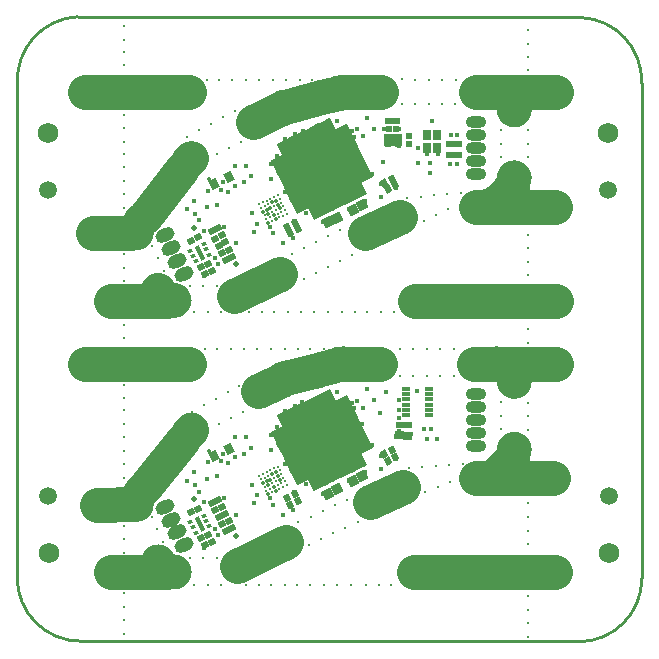
<source format=gbs>
G04*
G04 #@! TF.GenerationSoftware,Altium Limited,Altium Designer,23.2.1 (34)*
G04*
G04 Layer_Color=16711935*
%FSLAX44Y44*%
%MOMM*%
G71*
G04*
G04 #@! TF.SameCoordinates,96D2EB81-E719-42E9-B1B6-D61F4878D9FD*
G04*
G04*
G04 #@! TF.FilePolarity,Negative*
G04*
G01*
G75*
%ADD14R,0.4541X0.3627*%
G04:AMPARAMS|DCode=24|XSize=0.6587mm|YSize=0.8121mm|CornerRadius=0mm|HoleSize=0mm|Usage=FLASHONLY|Rotation=206.000|XOffset=0mm|YOffset=0mm|HoleType=Round|Shape=Rectangle|*
%AMROTATEDRECTD24*
4,1,4,0.1180,0.5094,0.4740,-0.2206,-0.1180,-0.5094,-0.4740,0.2206,0.1180,0.5094,0.0*
%
%ADD24ROTATEDRECTD24*%

%ADD47C,0.2540*%
%ADD48C,3.0000*%
%ADD76R,1.5000X1.1000*%
%ADD77O,0.6900X0.3900*%
%ADD78R,0.6900X0.3900*%
%ADD79R,0.6432X0.5532*%
G04:AMPARAMS|DCode=87|XSize=0.5532mm|YSize=0.6032mm|CornerRadius=0mm|HoleSize=0mm|Usage=FLASHONLY|Rotation=296.000|XOffset=0mm|YOffset=0mm|HoleType=Round|Shape=Rectangle|*
%AMROTATEDRECTD87*
4,1,4,-0.3923,0.1164,0.1498,0.3808,0.3923,-0.1164,-0.1498,-0.3808,-0.3923,0.1164,0.0*
%
%ADD87ROTATEDRECTD87*%

G04:AMPARAMS|DCode=88|XSize=0.8432mm|YSize=0.8032mm|CornerRadius=0mm|HoleSize=0mm|Usage=FLASHONLY|Rotation=296.000|XOffset=0mm|YOffset=0mm|HoleType=Round|Shape=Rectangle|*
%AMROTATEDRECTD88*
4,1,4,-0.5458,0.2029,0.1761,0.5550,0.5458,-0.2029,-0.1761,-0.5550,-0.5458,0.2029,0.0*
%
%ADD88ROTATEDRECTD88*%

%ADD102R,0.8032X0.8432*%
%ADD103R,0.5532X0.6032*%
%ADD104R,0.6032X0.5532*%
%ADD105R,0.3500X0.4500*%
%ADD106R,0.3032X0.3032*%
%ADD108C,1.5032*%
%ADD109C,1.7272*%
%ADD110C,0.3032*%
%ADD111O,1.7032X1.0032*%
G04:AMPARAMS|DCode=112|XSize=1.1032mm|YSize=1.7032mm|CornerRadius=0mm|HoleSize=0mm|Usage=FLASHONLY|Rotation=296.000|XOffset=0mm|YOffset=0mm|HoleType=Round|Shape=Round|*
%AMOVALD112*
21,1,0.6000,1.1032,0.0000,0.0000,26.0*
1,1,1.1032,-0.2696,-0.1315*
1,1,1.1032,0.2696,0.1315*
%
%ADD112OVALD112*%

G04:AMPARAMS|DCode=113|XSize=7.15mm|YSize=5mm|CornerRadius=0mm|HoleSize=0mm|Usage=FLASHONLY|Rotation=296.000|XOffset=0mm|YOffset=0mm|HoleType=Round|Shape=Rectangle|*
%AMROTATEDRECTD113*
4,1,4,-3.8142,2.1173,0.6798,4.3091,3.8142,-2.1173,-0.6798,-4.3091,-3.8142,2.1173,0.0*
%
%ADD113ROTATEDRECTD113*%

G04:AMPARAMS|DCode=114|XSize=5mm|YSize=7.15mm|CornerRadius=0mm|HoleSize=0mm|Usage=FLASHONLY|Rotation=296.000|XOffset=0mm|YOffset=0mm|HoleType=Round|Shape=Rectangle|*
%AMROTATEDRECTD114*
4,1,4,-4.3091,0.6798,2.1173,3.8142,4.3091,-0.6798,-2.1173,-3.8142,-4.3091,0.6798,0.0*
%
%ADD114ROTATEDRECTD114*%

G04:AMPARAMS|DCode=115|XSize=0.4532mm|YSize=1.1032mm|CornerRadius=0mm|HoleSize=0mm|Usage=FLASHONLY|Rotation=206.000|XOffset=0mm|YOffset=0mm|HoleType=Round|Shape=Rectangle|*
%AMROTATEDRECTD115*
4,1,4,-0.0381,0.5951,0.4455,-0.3964,0.0381,-0.5951,-0.4455,0.3964,-0.0381,0.5951,0.0*
%
%ADD115ROTATEDRECTD115*%

G04:AMPARAMS|DCode=116|XSize=0.4532mm|YSize=1.1032mm|CornerRadius=0mm|HoleSize=0mm|Usage=FLASHONLY|Rotation=296.000|XOffset=0mm|YOffset=0mm|HoleType=Round|Shape=Rectangle|*
%AMROTATEDRECTD116*
4,1,4,-0.5951,-0.0381,0.3964,0.4455,0.5951,0.0381,-0.3964,-0.4455,-0.5951,-0.0381,0.0*
%
%ADD116ROTATEDRECTD116*%

%ADD117P,6.4392X4X341.0*%
%ADD118P,0.9662X4X270.0*%
%ADD119C,0.2500*%
G04:AMPARAMS|DCode=120|XSize=0.5532mm|YSize=0.6432mm|CornerRadius=0mm|HoleSize=0mm|Usage=FLASHONLY|Rotation=207.000|XOffset=0mm|YOffset=0mm|HoleType=Round|Shape=Rectangle|*
%AMROTATEDRECTD120*
4,1,4,0.1005,0.4121,0.3925,-0.1610,-0.1005,-0.4121,-0.3925,0.1610,0.1005,0.4121,0.0*
%
%ADD120ROTATEDRECTD120*%

G04:AMPARAMS|DCode=121|XSize=0.5532mm|YSize=0.6032mm|CornerRadius=0mm|HoleSize=0mm|Usage=FLASHONLY|Rotation=207.000|XOffset=0mm|YOffset=0mm|HoleType=Round|Shape=Rectangle|*
%AMROTATEDRECTD121*
4,1,4,0.1095,0.3943,0.3834,-0.1432,-0.1095,-0.3943,-0.3834,0.1432,0.1095,0.3943,0.0*
%
%ADD121ROTATEDRECTD121*%

G04:AMPARAMS|DCode=122|XSize=0.5532mm|YSize=0.6032mm|CornerRadius=0mm|HoleSize=0mm|Usage=FLASHONLY|Rotation=26.000|XOffset=0mm|YOffset=0mm|HoleType=Round|Shape=Rectangle|*
%AMROTATEDRECTD122*
4,1,4,-0.1164,-0.3923,-0.3808,0.1498,0.1164,0.3923,0.3808,-0.1498,-0.1164,-0.3923,0.0*
%
%ADD122ROTATEDRECTD122*%

G04:AMPARAMS|DCode=123|XSize=1.28mm|YSize=0.37mm|CornerRadius=0mm|HoleSize=0mm|Usage=FLASHONLY|Rotation=296.000|XOffset=0mm|YOffset=0mm|HoleType=Round|Shape=Rectangle|*
%AMROTATEDRECTD123*
4,1,4,-0.4468,0.4941,-0.1143,0.6563,0.4468,-0.4941,0.1143,-0.6563,-0.4468,0.4941,0.0*
%
%ADD123ROTATEDRECTD123*%

G04:AMPARAMS|DCode=124|XSize=0.27mm|YSize=0.37mm|CornerRadius=0mm|HoleSize=0mm|Usage=FLASHONLY|Rotation=296.000|XOffset=0mm|YOffset=0mm|HoleType=Round|Shape=Rectangle|*
%AMROTATEDRECTD124*
4,1,4,-0.2255,0.0402,0.1071,0.2024,0.2255,-0.0402,-0.1071,-0.2024,-0.2255,0.0402,0.0*
%
%ADD124ROTATEDRECTD124*%

G04:AMPARAMS|DCode=125|XSize=0.7232mm|YSize=0.7632mm|CornerRadius=0mm|HoleSize=0mm|Usage=FLASHONLY|Rotation=269.000|XOffset=0mm|YOffset=0mm|HoleType=Round|Shape=Rectangle|*
%AMROTATEDRECTD125*
4,1,4,-0.3752,0.3682,0.3879,0.3549,0.3752,-0.3682,-0.3879,-0.3549,-0.3752,0.3682,0.0*
%
%ADD125ROTATEDRECTD125*%

G04:AMPARAMS|DCode=126|XSize=0.5532mm|YSize=0.6432mm|CornerRadius=0mm|HoleSize=0mm|Usage=FLASHONLY|Rotation=269.000|XOffset=0mm|YOffset=0mm|HoleType=Round|Shape=Rectangle|*
%AMROTATEDRECTD126*
4,1,4,-0.3167,0.2822,0.3264,0.2710,0.3167,-0.2822,-0.3264,-0.2710,-0.3167,0.2822,0.0*
%
%ADD126ROTATEDRECTD126*%

%ADD127C,0.4000*%
%ADD128C,0.3410*%
%ADD129C,0.5082*%
G36*
X55710Y159081D02*
X55843Y159073D01*
X55921Y159057D01*
X55973Y159046D01*
X55973Y159046D01*
D01*
X55987Y159042D01*
X56099Y159004D01*
X56099Y159004D01*
X56100Y159004D01*
X56136Y158986D01*
X56219Y158945D01*
X56219Y158945D01*
D01*
X56220Y158944D01*
X56330Y158871D01*
X56330Y158871D01*
X56330Y158871D01*
X56368Y158837D01*
X56430Y158783D01*
X58230Y156983D01*
X58230Y156983D01*
X58230Y156983D01*
X58273Y156934D01*
X58318Y156883D01*
X58318Y156883D01*
X58318Y156883D01*
X58351Y156833D01*
X58392Y156772D01*
X58392Y156772D01*
X58392Y156772D01*
X58425Y156704D01*
X58451Y156653D01*
X58451Y156653D01*
X58451Y156652D01*
X58482Y156559D01*
X58494Y156527D01*
X58494Y156527D01*
X58494Y156526D01*
X58506Y156463D01*
X58520Y156396D01*
X58520Y156396D01*
X58520Y156396D01*
X58522Y156354D01*
X58528Y156263D01*
X58528Y156263D01*
X58528Y156263D01*
X58528Y155562D01*
X58524Y155497D01*
X58519Y155430D01*
X58519Y155430D01*
Y155429D01*
X58511Y155387D01*
X58493Y155299D01*
X58493Y155299D01*
Y155299D01*
X58490Y155290D01*
X58450Y155173D01*
X58450Y155173D01*
X58450Y155173D01*
X58429Y155129D01*
X58391Y155054D01*
X58391Y155053D01*
X58391Y155053D01*
X58366Y155015D01*
X58317Y154943D01*
X58317Y154943D01*
X58317Y154943D01*
X58273Y154892D01*
X58230Y154843D01*
X58230Y154843D01*
X58229Y154843D01*
X58180Y154799D01*
X58130Y154755D01*
X58129Y154755D01*
X58129Y154755D01*
X58056Y154706D01*
X58019Y154681D01*
X58019Y154681D01*
X58018Y154681D01*
X57943Y154643D01*
X57899Y154622D01*
X57899Y154622D01*
X57899Y154622D01*
X57781Y154582D01*
X57773Y154579D01*
X57773D01*
X57773Y154579D01*
X57685Y154562D01*
X57643Y154553D01*
X57642D01*
X57642Y154553D01*
X57575Y154549D01*
X57510Y154545D01*
X57509D01*
D01*
D01*
X53510Y154545D01*
X53377Y154553D01*
X53246Y154579D01*
X53161Y154608D01*
X53120Y154622D01*
X53001Y154681D01*
D01*
X53001Y154681D01*
X52945Y154719D01*
X52890Y154755D01*
X52790Y154843D01*
Y154843D01*
X52790D01*
X52702Y154943D01*
X52666Y154998D01*
X52628Y155054D01*
X52628Y155054D01*
D01*
X52569Y155173D01*
X52556Y155214D01*
X52526Y155299D01*
X52501Y155430D01*
X52492Y155563D01*
Y155563D01*
D01*
D01*
X52492Y158063D01*
Y158063D01*
Y158063D01*
X52501Y158196D01*
X52511Y158248D01*
X52527Y158327D01*
X52569Y158453D01*
X52628Y158572D01*
D01*
X52628Y158572D01*
X52702Y158683D01*
X52769Y158758D01*
X52790Y158783D01*
X52790Y158783D01*
X52790Y158783D01*
X52815Y158805D01*
X52890Y158871D01*
X53001Y158945D01*
X53001Y158945D01*
D01*
X53120Y159004D01*
X53247Y159047D01*
X53325Y159062D01*
X53377Y159073D01*
X53510Y159081D01*
X53510D01*
X53510D01*
X55710Y159081D01*
D02*
G37*
G36*
X53510Y165581D02*
X57510Y165581D01*
X57643Y165572D01*
X57774Y165547D01*
X57900Y165504D01*
X58019Y165445D01*
X58130Y165371D01*
X58230Y165283D01*
X58318Y165183D01*
X58392Y165072D01*
X58451Y164953D01*
X58494Y164827D01*
X58520Y164696D01*
X58528Y164563D01*
Y163863D01*
Y163863D01*
Y163863D01*
X58520Y163730D01*
X58509Y163678D01*
X58494Y163600D01*
X58453Y163480D01*
X58451Y163473D01*
X58394Y163357D01*
X58392Y163354D01*
D01*
X58392Y163354D01*
X58318Y163243D01*
X58252Y163168D01*
X58230Y163143D01*
X58230Y163143D01*
X58230Y163143D01*
X56430Y161343D01*
X56330Y161255D01*
X56219Y161181D01*
X56158Y161151D01*
X56100Y161122D01*
X55973Y161080D01*
X55843Y161054D01*
X55710Y161045D01*
X55710D01*
D01*
D01*
X53510Y161045D01*
X53510D01*
X53510D01*
X53377Y161054D01*
X53325Y161064D01*
X53246Y161080D01*
X53206Y161093D01*
X53120Y161122D01*
X53001Y161181D01*
X52927Y161231D01*
X52890Y161255D01*
X52790Y161343D01*
Y161343D01*
X52790D01*
X52702Y161443D01*
X52678Y161480D01*
X52628Y161554D01*
X52569Y161674D01*
X52540Y161759D01*
X52526Y161800D01*
X52511Y161878D01*
X52501Y161930D01*
X52492Y162063D01*
Y162063D01*
Y162063D01*
X52492Y164563D01*
X52501Y164696D01*
X52514Y164761D01*
X52527Y164827D01*
X52527Y164827D01*
D01*
X52569Y164953D01*
X52627Y165069D01*
X52628Y165072D01*
D01*
X52628Y165072D01*
X52653Y165110D01*
X52702Y165183D01*
X52790Y165283D01*
X52790Y165283D01*
X52790Y165283D01*
X52890Y165371D01*
X52964Y165420D01*
X53001Y165445D01*
X53001Y165445D01*
D01*
X53004Y165446D01*
X53120Y165504D01*
X53247Y165547D01*
D01*
X53247Y165547D01*
X53313Y165560D01*
X53377Y165573D01*
X53510Y165581D01*
X53510D01*
D01*
D01*
D02*
G37*
G36*
X66510Y159081D02*
X66643Y159072D01*
X66773Y159046D01*
X66774Y159046D01*
D01*
X66774Y159046D01*
X66861Y159017D01*
X66900Y159003D01*
X66900Y159003D01*
X66900Y159003D01*
X66937Y158985D01*
X67019Y158945D01*
X67130Y158871D01*
X67130Y158871D01*
X67130Y158870D01*
X67188Y158820D01*
X67230Y158783D01*
X67230Y158783D01*
X67230Y158783D01*
X67267Y158741D01*
X67318Y158683D01*
X67318Y158683D01*
X67318Y158683D01*
X67392Y158572D01*
X67432Y158490D01*
X67451Y158453D01*
X67451Y158452D01*
X67451Y158452D01*
X67464Y158414D01*
X67494Y158326D01*
X67494Y158326D01*
D01*
X67494Y158326D01*
X67519Y158196D01*
X67528Y158063D01*
X67528Y155563D01*
D01*
Y155563D01*
X67520Y155430D01*
X67494Y155300D01*
X67479Y155257D01*
X67451Y155173D01*
X67392Y155054D01*
X67318Y154943D01*
X67230Y154843D01*
X67130Y154755D01*
X67019Y154681D01*
X66900Y154622D01*
X66817Y154594D01*
X66774Y154579D01*
X66643Y154553D01*
X66510Y154545D01*
X66510D01*
D01*
X62510Y154545D01*
X62377Y154553D01*
X62246Y154579D01*
X62120Y154622D01*
X62001Y154681D01*
X61890Y154755D01*
X61790Y154843D01*
X61702Y154943D01*
X61628Y155054D01*
X61569Y155173D01*
X61526Y155299D01*
X61500Y155430D01*
X61492Y155563D01*
X61492Y156263D01*
Y156263D01*
Y156263D01*
X61500Y156396D01*
X61516Y156474D01*
X61526Y156526D01*
X61526Y156526D01*
D01*
X61528Y156530D01*
X61569Y156653D01*
X61628Y156772D01*
X61628Y156772D01*
D01*
X61702Y156883D01*
X61758Y156946D01*
X61790Y156983D01*
X61790Y156983D01*
X61790Y156983D01*
X63590Y158783D01*
X63690Y158871D01*
X63801Y158945D01*
X63921Y159004D01*
X63952Y159015D01*
X64047Y159046D01*
X64177Y159073D01*
X64310Y159081D01*
X66510Y159081D01*
D02*
G37*
G36*
X66510Y165581D02*
X66643Y165573D01*
X66721Y165557D01*
X66774Y165547D01*
X66774Y165547D01*
D01*
X66900Y165504D01*
X66957Y165476D01*
X67019Y165445D01*
X67019Y165445D01*
D01*
X67130Y165371D01*
X67202Y165308D01*
X67230Y165283D01*
X67230Y165283D01*
X67230Y165283D01*
X67255Y165255D01*
X67318Y165183D01*
X67392Y165072D01*
D01*
X67392Y165072D01*
X67422Y165010D01*
X67451Y164953D01*
X67494Y164827D01*
D01*
X67494Y164827D01*
X67504Y164774D01*
X67520Y164696D01*
X67528Y164563D01*
X67529Y162063D01*
Y162063D01*
Y162063D01*
X67520Y161930D01*
X67494Y161800D01*
X67494Y161800D01*
D01*
X67494Y161799D01*
X67464Y161712D01*
X67451Y161673D01*
X67451Y161673D01*
X67451Y161673D01*
X67424Y161618D01*
X67392Y161554D01*
X67392Y161554D01*
X67392Y161554D01*
X67354Y161497D01*
X67318Y161443D01*
X67318Y161443D01*
X67318Y161443D01*
X67267Y161385D01*
X67230Y161343D01*
X67230Y161343D01*
X67230Y161343D01*
X67188Y161306D01*
X67130Y161255D01*
X67130Y161255D01*
X67130Y161255D01*
X67076Y161219D01*
X67019Y161181D01*
X67019Y161181D01*
X67019Y161181D01*
X66956Y161150D01*
X66900Y161122D01*
X66900Y161122D01*
X66900Y161122D01*
X66862Y161109D01*
X66774Y161080D01*
X66774Y161080D01*
D01*
X66773Y161079D01*
X66643Y161054D01*
X66510Y161045D01*
X66510D01*
X66510D01*
X64310Y161045D01*
X64177Y161054D01*
X64047Y161080D01*
X63920Y161122D01*
X63804Y161180D01*
X63801Y161181D01*
D01*
X63801Y161181D01*
X63745Y161218D01*
X63690Y161255D01*
X63590Y161343D01*
X61090Y163843D01*
X61002Y163943D01*
X60928Y164054D01*
X60869Y164174D01*
X60827Y164300D01*
X60801Y164430D01*
X60792Y164563D01*
Y164563D01*
D01*
X60801Y164696D01*
X60827Y164827D01*
X60869Y164953D01*
X60928Y165072D01*
X61002Y165183D01*
X61090Y165283D01*
X61190Y165371D01*
X61301Y165445D01*
X61420Y165504D01*
X61547Y165547D01*
X61677Y165573D01*
X61810Y165581D01*
X66510Y165581D01*
D02*
G37*
D14*
X92553Y-84807D02*
D03*
X86467Y-84807D02*
D03*
D24*
X-91072Y122597D02*
D03*
X-78908Y128530D02*
D03*
X-91072Y-107273D02*
D03*
X-78908Y-101341D02*
D03*
D47*
X217171Y-264653D02*
G03*
X270795Y-210819I-118J53742D01*
G01*
X270608Y208316D02*
G03*
X218774Y263901I-53710J1876D01*
G01*
X-207022Y264549D02*
G03*
X-257878Y208067I2813J-53669D01*
G01*
X-258098Y-210417D02*
G03*
X-204355Y-264160I53742J0D01*
G01*
X217171D01*
X270608Y-210819D02*
X270608Y208316D01*
X-207022Y264160D02*
X218774D01*
X-258098Y-210417D02*
Y207992D01*
D48*
X-153419Y91622D02*
G03*
X-157240Y81620I11179J-10002D01*
G01*
X-138751Y-197016D02*
G03*
X-125240Y-205500I13511J6516D01*
G01*
X162760Y185620D02*
G03*
X147760Y200620I-15000J0D01*
G01*
X162760Y185620D02*
G03*
X147760Y200620I-15000J0D01*
G01*
X158367Y117622D02*
G03*
X162760Y128229I-10607J10607D01*
G01*
X158367Y117622D02*
G03*
X162760Y128229I-10607J10607D01*
G01*
X138401Y103870D02*
G03*
X149008Y108263I0J15000D01*
G01*
X138401Y103870D02*
G03*
X149008Y108263I0J15000D01*
G01*
X18291Y200620D02*
G03*
X14505Y200135I0J-15000D01*
G01*
X18291Y200620D02*
G03*
X14490Y200131I0J-15000D01*
G01*
X-31174Y188220D02*
G03*
X-33834Y187253I3771J-14519D01*
G01*
X-31189Y188216D02*
G03*
X-33851Y187245I3786J-14515D01*
G01*
X162760Y-44250D02*
G03*
X147760Y-29250I-15000J0D01*
G01*
X162760Y-44250D02*
G03*
X147760Y-29250I-15000J0D01*
G01*
X158367Y-112248D02*
G03*
X162760Y-101641I-10607J10607D01*
G01*
X138401Y-126000D02*
G03*
X149008Y-121607I0J15000D01*
G01*
X158367Y-112248D02*
G03*
X162760Y-101641I-10607J10607D01*
G01*
X138401Y-126000D02*
G03*
X149008Y-121607I0J15000D01*
G01*
X18291Y-29250D02*
G03*
X14505Y-29735I0J-15000D01*
G01*
X-31174Y-41650D02*
G03*
X-33834Y-42617I3771J-14519D01*
G01*
X18291Y-29250D02*
G03*
X14490Y-29739I0J-15000D01*
G01*
X-31189Y-41654D02*
G03*
X-33851Y-42625I3786J-14515D01*
G01*
X-110483Y144434D02*
G03*
X-112974Y141964I9243J-11814D01*
G01*
X-110491Y144428D02*
G03*
X-112983Y141953I9251J-11808D01*
G01*
X-138751Y32854D02*
G03*
X-125240Y24370I13511J6516D01*
G01*
X-138751Y32854D02*
G03*
X-125240Y24370I13511J6516D01*
G01*
X-110491Y-85442D02*
G03*
X-112983Y-87917I9251J-11808D01*
G01*
X-138751Y-197016D02*
G03*
X-125240Y-205500I13511J6516D01*
G01*
X-153408Y-138236D02*
G03*
X-157240Y-148250I11168J-10014D01*
G01*
X-153419Y-138248D02*
G03*
X-157240Y-148250I11179J-10002D01*
G01*
X78740Y24130D02*
X198120D01*
X-74670Y28109D02*
X-35560Y46990D01*
X-200660Y-29250D02*
X-113030D01*
X-200660Y200620D02*
X-113030D01*
X77470Y-205740D02*
X196850D01*
X-194317Y81357D02*
X-162070Y81520D01*
X130175Y103870D02*
X196850D01*
X130175Y200620D02*
X198120D01*
X128905Y-29250D02*
X198120D01*
X130175Y-126000D02*
X195580D01*
X-190507Y-148513D02*
X-158260Y-148350D01*
X-179070Y24130D02*
X-131590D01*
X-179070Y-205740D02*
X-131590D01*
X16370Y200620D02*
X50165D01*
X14490Y200131D02*
X16370Y200620D01*
X-72390Y-200660D02*
X-30480Y-180340D01*
X-150199Y95216D02*
X-118179Y135428D01*
X-149860Y-133350D02*
X-117560Y-93665D01*
X40666Y-146650D02*
X68367Y-133350D01*
X36376Y81160D02*
X65722Y95250D01*
X18291Y-29250D02*
X48895D01*
X-58169Y175705D02*
X-33851Y187245D01*
X-53863Y-52122D02*
X-33851Y-42625D01*
X149008Y108263D02*
X156950Y116205D01*
X-522Y196215D02*
X14490Y200131D01*
X-31174Y188220D02*
X-522Y196215D01*
X149008Y-121607D02*
X156950Y-113665D01*
X14490Y-29739D02*
X14505Y-29735D01*
X-522Y-33655D02*
X14490Y-29739D01*
X-31174Y-41650D02*
X-3810Y-34513D01*
X-31189Y188216D02*
X-31174Y188220D01*
X-33851Y187245D02*
X-33834Y187253D01*
X-31189Y-41654D02*
X-31174Y-41650D01*
X-33851Y-42625D02*
X-33834Y-42617D01*
D76*
X60010Y160063D02*
D03*
D77*
X71160Y-68307D02*
D03*
Y-63807D02*
D03*
X71159Y-59307D02*
D03*
X71159Y-54807D02*
D03*
X71160Y-50307D02*
D03*
X71161Y-72806D02*
D03*
X90761Y-68308D02*
D03*
X90761Y-63807D02*
D03*
X90760Y-59307D02*
D03*
X90761Y-54806D02*
D03*
X90759Y-50306D02*
D03*
D78*
X90761Y-72807D02*
D03*
D79*
X56510Y176563D02*
D03*
X63010Y176563D02*
D03*
X115010Y147313D02*
D03*
X108510Y147313D02*
D03*
X115010Y157063D02*
D03*
X108510Y157064D02*
D03*
D87*
X-93562Y82845D02*
D03*
X-87990Y85563D02*
D03*
X-93454Y49672D02*
D03*
X-99026Y46954D02*
D03*
X-90526Y76704D02*
D03*
X-84954Y79422D02*
D03*
X-87526Y70704D02*
D03*
X-81954Y73422D02*
D03*
X-84526Y64704D02*
D03*
X-78954Y67422D02*
D03*
X-81526Y58704D02*
D03*
X-75954Y61422D02*
D03*
X-96490Y55563D02*
D03*
X-102062Y52845D02*
D03*
X-110526Y74954D02*
D03*
X-104954Y77672D02*
D03*
X-93562Y-147025D02*
D03*
X-87990Y-144307D02*
D03*
X-93454Y-180198D02*
D03*
X-99026Y-182916D02*
D03*
X-90526Y-153166D02*
D03*
X-84954Y-150448D02*
D03*
X-87526Y-159166D02*
D03*
X-81954Y-156448D02*
D03*
X-84526Y-165166D02*
D03*
X-78954Y-162448D02*
D03*
X-81526Y-171166D02*
D03*
X-75954Y-168448D02*
D03*
X-96490Y-174307D02*
D03*
X-102062Y-177025D02*
D03*
X-110526Y-154916D02*
D03*
X-104954Y-152198D02*
D03*
D88*
X26010Y101313D02*
D03*
X33919Y105170D02*
D03*
X4806Y90634D02*
D03*
X12714Y94492D02*
D03*
X26010Y-128557D02*
D03*
X33919Y-124700D02*
D03*
X4806Y-139236D02*
D03*
X12714Y-135378D02*
D03*
D102*
X88610Y153563D02*
D03*
X97410Y153563D02*
D03*
X88610Y164313D02*
D03*
X97410Y164313D02*
D03*
D103*
X73510Y163413D02*
D03*
X73510Y157213D02*
D03*
D104*
X56410Y169813D02*
D03*
X62610Y169813D02*
D03*
D105*
X114260Y139563D02*
D03*
X108760Y139563D02*
D03*
X114510Y164563D02*
D03*
X109010Y164563D02*
D03*
D106*
X54760Y163313D02*
D03*
X54760Y156813D02*
D03*
X65260Y156813D02*
D03*
X65260Y163313D02*
D03*
D108*
X243080Y-140875D02*
D03*
X242193Y118091D02*
D03*
X-232138Y118103D02*
D03*
X-232410Y-140970D02*
D03*
D109*
X242665Y-189150D02*
D03*
X241765Y166366D02*
D03*
X-231723Y166378D02*
D03*
X-231140Y-189230D02*
D03*
D110*
X-167640Y-257952D02*
D03*
X36901Y-216470D02*
D03*
X48260D02*
D03*
X58562D02*
D03*
X-99060Y-16820D02*
D03*
X-42966D02*
D03*
X-88758D02*
D03*
X-77399D02*
D03*
X-66040D02*
D03*
X-54682D02*
D03*
X1341D02*
D03*
X-10018D02*
D03*
X-20320D02*
D03*
X-31679D02*
D03*
X-97790Y211300D02*
D03*
X-41696D02*
D03*
X-87488D02*
D03*
X-76129D02*
D03*
X-64770D02*
D03*
X-53412D02*
D03*
X-8748D02*
D03*
X-19050D02*
D03*
X-30409D02*
D03*
X16581Y14670D02*
D03*
X27940D02*
D03*
X38242D02*
D03*
X49601D02*
D03*
X60960D02*
D03*
X-6422D02*
D03*
X-17780D02*
D03*
X-29139D02*
D03*
X-40498D02*
D03*
X5294D02*
D03*
X-50800D02*
D03*
X-62159D02*
D03*
X12628Y-216470D02*
D03*
X1270D02*
D03*
X-10089D02*
D03*
X-21448D02*
D03*
X24344D02*
D03*
X-31750D02*
D03*
X-43109D02*
D03*
X-64699D02*
D03*
X-53340D02*
D03*
X-167640Y-246594D02*
D03*
Y-223520D02*
D03*
Y-234878D02*
D03*
Y256469D02*
D03*
Y245110D02*
D03*
Y234808D02*
D03*
Y223449D02*
D03*
Y114514D02*
D03*
Y125872D02*
D03*
Y137231D02*
D03*
Y148590D02*
D03*
Y102798D02*
D03*
Y158892D02*
D03*
Y170251D02*
D03*
Y181610D02*
D03*
Y-189159D02*
D03*
Y-177800D02*
D03*
X-167642Y-166441D02*
D03*
X-167640Y-47061D02*
D03*
Y-58420D02*
D03*
Y3739D02*
D03*
Y-7620D02*
D03*
Y-114514D02*
D03*
Y-125872D02*
D03*
Y-68722D02*
D03*
Y-80081D02*
D03*
Y-91440D02*
D03*
Y-102798D02*
D03*
X174520Y-260636D02*
D03*
Y-226203D02*
D03*
Y-237562D02*
D03*
Y-248920D02*
D03*
Y-170466D02*
D03*
Y-181824D02*
D03*
Y-147392D02*
D03*
Y-158750D02*
D03*
Y219109D02*
D03*
Y230469D02*
D03*
Y241827D02*
D03*
Y253186D02*
D03*
Y89641D02*
D03*
Y45648D02*
D03*
Y57007D02*
D03*
Y68366D02*
D03*
Y79724D02*
D03*
Y-11502D02*
D03*
Y-143D02*
D03*
X-88900Y148590D02*
D03*
X174520Y-85019D02*
D03*
Y-73660D02*
D03*
Y-62301D02*
D03*
X151867Y-84421D02*
D03*
X151754Y-73061D02*
D03*
X151643Y-61703D02*
D03*
X-134749Y-179909D02*
D03*
X-139472Y-169578D02*
D03*
X-144194Y-159247D02*
D03*
X-108029Y-216299D02*
D03*
X-96669Y-216384D02*
D03*
X-85310Y-216471D02*
D03*
X-111839Y-193439D02*
D03*
X-100479Y-193524D02*
D03*
X-89120Y-193611D02*
D03*
X87300Y-137710D02*
D03*
X97790Y-133350D02*
D03*
X108280Y-128991D02*
D03*
X73680Y-117384D02*
D03*
X85002Y-116480D02*
D03*
X96326Y-115576D02*
D03*
X107649Y-114672D02*
D03*
X118972Y-113768D02*
D03*
X-109870Y-69675D02*
D03*
X-99894Y-64244D02*
D03*
X-89917Y-58812D02*
D03*
X-79941Y-53380D02*
D03*
X-69964Y-47949D02*
D03*
X-87630Y-80011D02*
D03*
X-77470Y-74930D02*
D03*
X-67310Y-69850D02*
D03*
X-11170Y-182393D02*
D03*
X-839Y-177671D02*
D03*
X9492Y-172948D02*
D03*
X19823Y-168226D02*
D03*
X30154Y-163504D02*
D03*
X-20060Y-163343D02*
D03*
X-9729Y-158621D02*
D03*
X602Y-153898D02*
D03*
X10933Y-149176D02*
D03*
X21264Y-144454D02*
D03*
X66033Y-16822D02*
D03*
X77391Y-16909D02*
D03*
X88751Y-16994D02*
D03*
X100110Y-17081D02*
D03*
X111468Y-17167D02*
D03*
X66033Y-39682D02*
D03*
X77391Y-39769D02*
D03*
X88751Y-39854D02*
D03*
X100110Y-39941D02*
D03*
X111468Y-40027D02*
D03*
X174523Y168241D02*
D03*
X174636Y156882D02*
D03*
X174747Y145523D02*
D03*
X151663Y168241D02*
D03*
X151776Y156882D02*
D03*
X151887Y145523D02*
D03*
X106680Y101600D02*
D03*
X96520Y96520D02*
D03*
X86360Y91440D02*
D03*
X117293Y115424D02*
D03*
X105988Y114323D02*
D03*
X94682Y113221D02*
D03*
X83376Y112120D02*
D03*
X72071Y111018D02*
D03*
X113037Y211132D02*
D03*
X101678Y211218D02*
D03*
X90319Y211304D02*
D03*
X78960Y211391D02*
D03*
X67602Y211477D02*
D03*
X25620Y63161D02*
D03*
X15460Y58081D02*
D03*
X5300Y53001D02*
D03*
X-4860Y47921D02*
D03*
X-15020Y42841D02*
D03*
X-78740Y153670D02*
D03*
X-68580Y158750D02*
D03*
X-74027Y184853D02*
D03*
X-84003Y179422D02*
D03*
X-93980Y173990D02*
D03*
X-103957Y168559D02*
D03*
X-113933Y163127D02*
D03*
X-167640Y40711D02*
D03*
Y52070D02*
D03*
Y63429D02*
D03*
X-134222Y49631D02*
D03*
X-139124Y59878D02*
D03*
X-144026Y70125D02*
D03*
X-108028Y14842D02*
D03*
X-96669Y14755D02*
D03*
X-85310Y14669D02*
D03*
X-111838Y36432D02*
D03*
X-100479Y36345D02*
D03*
X-89120Y36259D02*
D03*
X67452Y190673D02*
D03*
X78811Y190586D02*
D03*
X90170Y190500D02*
D03*
X101529Y190414D02*
D03*
X112888Y190328D02*
D03*
X15240Y83820D02*
D03*
X5080Y78740D02*
D03*
X-5080Y73660D02*
D03*
X-15240Y68580D02*
D03*
X-25400Y63500D02*
D03*
D111*
X130760Y131313D02*
D03*
X130760Y142313D02*
D03*
X130760Y153313D02*
D03*
X130760Y164313D02*
D03*
X130760Y175313D02*
D03*
X130760Y-98557D02*
D03*
X130760Y-87557D02*
D03*
X130760Y-76557D02*
D03*
X130760Y-65557D02*
D03*
X130760Y-54557D02*
D03*
D112*
X-133040Y79433D02*
D03*
X-127780Y68647D02*
D03*
X-122519Y57862D02*
D03*
X-117259Y47076D02*
D03*
X-133040Y-150437D02*
D03*
X-127780Y-161222D02*
D03*
X-122519Y-172008D02*
D03*
X-117259Y-182794D02*
D03*
D113*
X-238Y135813D02*
D03*
Y-94057D02*
D03*
D114*
Y135813D02*
D03*
Y-94057D02*
D03*
D115*
X1677Y103370D02*
D03*
X28640Y116521D02*
D03*
X6170Y105562D02*
D03*
X33134Y118713D02*
D03*
X10664Y107753D02*
D03*
X-2818Y101178D02*
D03*
X24146Y114329D02*
D03*
X19653Y112137D02*
D03*
X15158Y109945D02*
D03*
X-7312Y98987D02*
D03*
X6831Y172641D02*
D03*
X2338Y170449D02*
D03*
X-2156Y168256D02*
D03*
X-6650Y166065D02*
D03*
X-11144Y163873D02*
D03*
X-15638Y161681D02*
D03*
X-20132Y159490D02*
D03*
X-24626Y157297D02*
D03*
X-29120Y155105D02*
D03*
X-33614Y152914D02*
D03*
X1677Y-126500D02*
D03*
X28640Y-113349D02*
D03*
X6170Y-124309D02*
D03*
X33134Y-111157D02*
D03*
X10664Y-122117D02*
D03*
X-2818Y-128692D02*
D03*
X24146Y-115541D02*
D03*
X19653Y-117733D02*
D03*
X15158Y-119925D02*
D03*
X-7312Y-130883D02*
D03*
X6831Y-57229D02*
D03*
X2338Y-59421D02*
D03*
X-2156Y-61614D02*
D03*
X-6650Y-63805D02*
D03*
X-11144Y-65997D02*
D03*
X-15638Y-68189D02*
D03*
X-20132Y-70380D02*
D03*
X-24626Y-72573D02*
D03*
X-29120Y-74764D02*
D03*
X-33614Y-76956D02*
D03*
D116*
X32204Y137729D02*
D03*
X-17340Y102439D02*
D03*
X36587Y128741D02*
D03*
X-19532Y106933D02*
D03*
X34395Y133235D02*
D03*
X-21724Y111427D02*
D03*
X21244Y160200D02*
D03*
X30012Y142223D02*
D03*
X19052Y164693D02*
D03*
X27820Y146717D02*
D03*
X25628Y151211D02*
D03*
X16860Y169187D02*
D03*
X23436Y155705D02*
D03*
X-37067Y142885D02*
D03*
X-28300Y124909D02*
D03*
X-23916Y115921D02*
D03*
X-26108Y120414D02*
D03*
X-32683Y133897D02*
D03*
X-30492Y129403D02*
D03*
X-34876Y138391D02*
D03*
X32204Y-92141D02*
D03*
X-17340Y-127431D02*
D03*
X36587Y-101129D02*
D03*
X-19532Y-122937D02*
D03*
X34395Y-96635D02*
D03*
X-21724Y-118443D02*
D03*
X21244Y-69670D02*
D03*
X30012Y-87647D02*
D03*
X19052Y-65177D02*
D03*
X27820Y-83153D02*
D03*
X25628Y-78659D02*
D03*
X16860Y-60683D02*
D03*
X23436Y-74165D02*
D03*
X-37067Y-86985D02*
D03*
X-28300Y-104961D02*
D03*
X-23916Y-113949D02*
D03*
X-26108Y-109456D02*
D03*
X-32683Y-95974D02*
D03*
X-30492Y-100467D02*
D03*
X-34876Y-91479D02*
D03*
D117*
X-240Y135813D02*
D03*
Y-94057D02*
D03*
D118*
X60010Y160063D02*
D03*
D119*
X-37447Y113534D02*
D03*
X-35913Y110388D02*
D03*
X-34378Y107243D02*
D03*
X-32844Y104097D02*
D03*
X-31310Y100951D02*
D03*
X-29776Y97805D02*
D03*
X-40593Y112000D02*
D03*
X-39058Y108854D02*
D03*
X-37524Y105708D02*
D03*
X-35990Y102563D02*
D03*
X-34456Y99417D02*
D03*
X-32922Y96271D02*
D03*
X-43739Y110466D02*
D03*
X-42205Y107320D02*
D03*
X-40670Y104174D02*
D03*
X-39136Y101028D02*
D03*
X-37602Y97882D02*
D03*
X-36067Y94737D02*
D03*
X-46884Y108932D02*
D03*
X-45350Y105785D02*
D03*
X-43816Y102640D02*
D03*
X-42282Y99494D02*
D03*
X-40747Y96348D02*
D03*
X-39213Y93203D02*
D03*
X-50030Y107397D02*
D03*
X-48496Y104251D02*
D03*
X-46962Y101105D02*
D03*
X-45427Y97959D02*
D03*
X-43893Y94814D02*
D03*
X-42359Y91668D02*
D03*
X-53176Y105862D02*
D03*
X-51641Y102717D02*
D03*
X-50107Y99571D02*
D03*
X-48573Y96426D02*
D03*
X-47039Y93280D02*
D03*
X-45505Y90134D02*
D03*
X-37447Y-116336D02*
D03*
X-35913Y-119482D02*
D03*
X-34378Y-122627D02*
D03*
X-32844Y-125773D02*
D03*
X-31310Y-128919D02*
D03*
X-29776Y-132065D02*
D03*
X-40593Y-117870D02*
D03*
X-39058Y-121016D02*
D03*
X-37524Y-124162D02*
D03*
X-35990Y-127307D02*
D03*
X-34456Y-130453D02*
D03*
X-32922Y-133599D02*
D03*
X-43739Y-119404D02*
D03*
X-42205Y-122550D02*
D03*
X-40670Y-125696D02*
D03*
X-39136Y-128841D02*
D03*
X-37602Y-131988D02*
D03*
X-36067Y-135133D02*
D03*
X-46884Y-120939D02*
D03*
X-45350Y-124085D02*
D03*
X-43816Y-127230D02*
D03*
X-42282Y-130376D02*
D03*
X-40747Y-133522D02*
D03*
X-39213Y-136667D02*
D03*
X-50030Y-122473D02*
D03*
X-48496Y-125618D02*
D03*
X-46962Y-128765D02*
D03*
X-45427Y-131911D02*
D03*
X-43893Y-135056D02*
D03*
X-42359Y-138202D02*
D03*
X-53176Y-124008D02*
D03*
X-51641Y-127153D02*
D03*
X-50107Y-130299D02*
D03*
X-48573Y-133444D02*
D03*
X-47039Y-136590D02*
D03*
X-45505Y-139736D02*
D03*
D120*
X55735Y118417D02*
D03*
X52784Y124209D02*
D03*
X55735Y-111453D02*
D03*
X52784Y-105661D02*
D03*
D121*
X58853Y127324D02*
D03*
X61668Y121801D02*
D03*
X58853Y-102546D02*
D03*
X61668Y-108069D02*
D03*
D122*
X-20240Y84563D02*
D03*
X-22959Y90135D02*
D03*
X-29599Y86848D02*
D03*
X-26881Y81278D02*
D03*
X-20240Y-145307D02*
D03*
X-22959Y-139735D02*
D03*
X-29599Y-143021D02*
D03*
X-26881Y-148592D02*
D03*
D123*
X-103665Y64830D02*
D03*
Y-165040D02*
D03*
D124*
X-95856Y63075D02*
D03*
X-98047Y67569D02*
D03*
X-100240Y72063D02*
D03*
X-111474Y66583D02*
D03*
X-109283Y62090D02*
D03*
X-107091Y57595D02*
D03*
X-95856Y-166795D02*
D03*
X-98047Y-162301D02*
D03*
X-100240Y-157807D02*
D03*
X-111474Y-163286D02*
D03*
X-109283Y-167780D02*
D03*
X-107091Y-172275D02*
D03*
D125*
X73010Y-90057D02*
D03*
X65411Y-89924D02*
D03*
D126*
X72510Y-81114D02*
D03*
X66011Y-81000D02*
D03*
D127*
X-96990Y103313D02*
D03*
X-99990Y83563D02*
D03*
X12760Y163313D02*
D03*
X-16240Y168063D02*
D03*
X30696Y126221D02*
D03*
X42510Y131813D02*
D03*
X-73990Y121563D02*
D03*
X-79490Y116563D02*
D03*
X-85240Y118063D02*
D03*
X-89240Y105313D02*
D03*
X34260Y163563D02*
D03*
X91510Y132063D02*
D03*
X81260Y153063D02*
D03*
Y141063D02*
D03*
X88760Y148313D02*
D03*
X97760D02*
D03*
X52260Y169813D02*
D03*
X51260Y141313D02*
D03*
X64978Y169850D02*
D03*
Y154850D02*
D03*
Y161350D02*
D03*
X43760Y169813D02*
D03*
X92760Y176063D02*
D03*
X91510Y140813D02*
D03*
X-66490Y124313D02*
D03*
X-73740Y138313D02*
D03*
X-41240Y81063D02*
D03*
X-43990Y86563D02*
D03*
X22510Y101563D02*
D03*
X-28740Y148813D02*
D03*
X13510Y149063D02*
D03*
X24010Y129063D02*
D03*
X-33425Y72631D02*
D03*
X-43240Y140063D02*
D03*
X29260Y169313D02*
D03*
X27010Y163063D02*
D03*
X38260Y179063D02*
D03*
X-31740Y160813D02*
D03*
X-22990Y165063D02*
D03*
X8760Y169063D02*
D03*
X-436Y164677D02*
D03*
X12760Y176563D02*
D03*
X25010Y167563D02*
D03*
X36260Y108563D02*
D03*
X21260Y108813D02*
D03*
X25760Y110813D02*
D03*
X20010Y148313D02*
D03*
X24348Y139350D02*
D03*
X-107990Y108813D02*
D03*
X-96740Y117313D02*
D03*
X-31740Y115813D02*
D03*
X-16140Y139965D02*
D03*
X-19740Y153063D02*
D03*
X30260Y113063D02*
D03*
X34760Y115313D02*
D03*
X50010Y111813D02*
D03*
X49510Y122563D02*
D03*
X62724Y119739D02*
D03*
X8010Y101813D02*
D03*
X1224Y90489D02*
D03*
X-140Y125215D02*
D03*
X3860Y147965D02*
D03*
X-11640Y128965D02*
D03*
X-13240Y98563D02*
D03*
X-38490Y147063D02*
D03*
X-23776Y91989D02*
D03*
X-24740Y77063D02*
D03*
X-43240Y127313D02*
D03*
X-60148Y129362D02*
D03*
X-64468Y138382D02*
D03*
X-54877Y89161D02*
D03*
X-59303Y98211D02*
D03*
X-57990Y82313D02*
D03*
X-72740Y72813D02*
D03*
X-83240Y86813D02*
D03*
X-84240Y124563D02*
D03*
X-114490Y101563D02*
D03*
X-107240Y97813D02*
D03*
X-103851Y92117D02*
D03*
X-90240Y60563D02*
D03*
X-87990Y55563D02*
D03*
X-99740Y44813D02*
D03*
X-96990Y-126557D02*
D03*
X-99990Y-146307D02*
D03*
X-43240Y-102557D02*
D03*
X13010Y-65807D02*
D03*
X-23776Y-137881D02*
D03*
X-31740Y-114057D02*
D03*
X30717Y-104383D02*
D03*
X42510Y-98057D02*
D03*
X-83240Y-143057D02*
D03*
X-57990Y-147557D02*
D03*
X29260Y-60557D02*
D03*
X-84240Y-105307D02*
D03*
X1224Y-139381D02*
D03*
X-16990Y-61807D02*
D03*
X-22990Y-64807D02*
D03*
X12760Y-53307D02*
D03*
X43760Y-60057D02*
D03*
X34260Y-66307D02*
D03*
X-66490Y-105557D02*
D03*
X-73740Y-91557D02*
D03*
X49010Y-70557D02*
D03*
X-41240Y-148807D02*
D03*
X-43990Y-143307D02*
D03*
X22510Y-128307D02*
D03*
X80760Y-52057D02*
D03*
X-28740Y-81057D02*
D03*
X13510Y-80807D02*
D03*
X24010Y-100807D02*
D03*
X-33425Y-157239D02*
D03*
X-43240Y-89807D02*
D03*
X54010Y-53557D02*
D03*
X27010Y-66807D02*
D03*
X38260Y-50807D02*
D03*
X33760Y-80557D02*
D03*
X-31740Y-69057D02*
D03*
X8760Y-60807D02*
D03*
X-436Y-65193D02*
D03*
X25010Y-62307D02*
D03*
X36260Y-121307D02*
D03*
X21260Y-121057D02*
D03*
X25760Y-119057D02*
D03*
X20010Y-81557D02*
D03*
X24348Y-90520D02*
D03*
X65010Y-86557D02*
D03*
Y-74807D02*
D03*
Y-68557D02*
D03*
Y-60057D02*
D03*
X-79490Y-113307D02*
D03*
X-107990Y-121057D02*
D03*
X-96740Y-112557D02*
D03*
X-73990Y-108307D02*
D03*
X-85240Y-111807D02*
D03*
X-16140Y-89905D02*
D03*
X-19740Y-76807D02*
D03*
X30260Y-116807D02*
D03*
X34760Y-114557D02*
D03*
X50010Y-118057D02*
D03*
X49510Y-107307D02*
D03*
X62724Y-110131D02*
D03*
X88510Y-92557D02*
D03*
X8010Y-128057D02*
D03*
X-140Y-104655D02*
D03*
X3860Y-81905D02*
D03*
X-11640Y-100905D02*
D03*
X-13240Y-131307D02*
D03*
X-38490Y-82807D02*
D03*
X-24740Y-152807D02*
D03*
X-60148Y-100508D02*
D03*
X-64468Y-91488D02*
D03*
X-54877Y-140709D02*
D03*
X-59303Y-131659D02*
D03*
X-72740Y-157057D02*
D03*
X-89240Y-124557D02*
D03*
X-114490Y-128307D02*
D03*
X-107240Y-132057D02*
D03*
X-103851Y-137753D02*
D03*
X-90240Y-169307D02*
D03*
X-87990Y-174307D02*
D03*
X-99740Y-185057D02*
D03*
X97260Y-92807D02*
D03*
D128*
X-35990Y102313D02*
D03*
X-46990Y101063D02*
D03*
X-45740Y90063D02*
D03*
X-43839Y102402D02*
D03*
X-50190Y99452D02*
D03*
X-40911Y96464D02*
D03*
X-45440Y97952D02*
D03*
X-39190Y93202D02*
D03*
X-95490Y126813D02*
D03*
X-42348Y107389D02*
D03*
X-38990Y108813D02*
D03*
X-37490Y105563D02*
D03*
X-35740Y-127557D02*
D03*
X-37490Y-124307D02*
D03*
X-38990Y-121057D02*
D03*
X-46904Y-128659D02*
D03*
X-42348Y-122481D02*
D03*
X-43839Y-127468D02*
D03*
X-50190Y-130418D02*
D03*
X-45440Y-131918D02*
D03*
X-40911Y-133406D02*
D03*
X-39190Y-136668D02*
D03*
X-45740Y-139807D02*
D03*
X-95490Y-103057D02*
D03*
D129*
X-108740Y85813D02*
D03*
X-72990Y55063D02*
D03*
X-108740Y-144057D02*
D03*
X-72990Y-174807D02*
D03*
M02*

</source>
